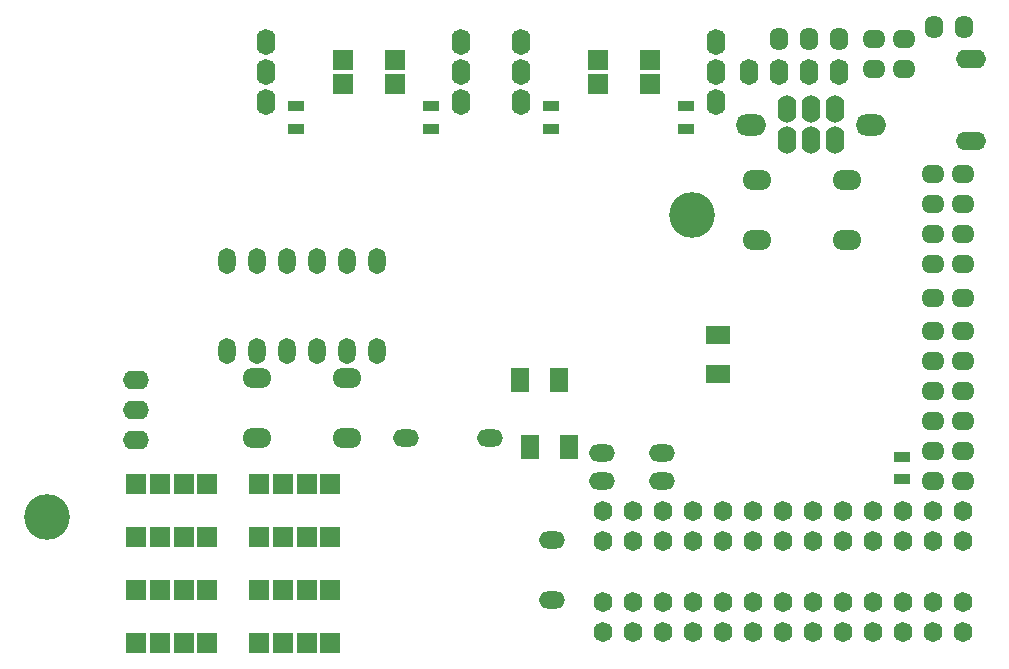
<source format=gbs>
G04 (created by PCBNEW (2013-07-07 BZR 4022)-stable) date 9/7/2556 23:50:31*
%MOIN*%
G04 Gerber Fmt 3.4, Leading zero omitted, Abs format*
%FSLAX34Y34*%
G01*
G70*
G90*
G04 APERTURE LIST*
%ADD10C,0.00590551*%
%ADD11O,0.062X0.067*%
%ADD12C,0.152*%
%ADD13O,0.062X0.087*%
%ADD14O,0.087X0.057*%
%ADD15O,0.097X0.066*%
%ADD16O,0.062X0.092*%
%ADD17O,0.102X0.072*%
%ADD18O,0.057X0.087*%
%ADD19O,0.087X0.062*%
%ADD20O,0.077X0.062*%
%ADD21R,0.062X0.082*%
%ADD22R,0.082X0.062*%
%ADD23R,0.057X0.037*%
%ADD24O,0.1004X0.0614*%
%ADD25O,0.1004X0.062*%
%ADD26R,0.065X0.065*%
%ADD27O,0.062X0.077*%
G04 APERTURE END LIST*
G54D10*
G54D11*
X71949Y-48170D03*
X71949Y-49170D03*
X70949Y-48170D03*
X70949Y-49170D03*
X69949Y-48170D03*
X69949Y-49170D03*
X68949Y-48170D03*
X68949Y-49170D03*
X67949Y-48170D03*
X67949Y-49170D03*
X66949Y-48170D03*
X66949Y-49170D03*
X65949Y-48170D03*
X65949Y-49170D03*
X64949Y-48170D03*
X64949Y-49170D03*
X63949Y-48170D03*
X63949Y-49170D03*
X62949Y-48170D03*
X62949Y-49170D03*
X61949Y-48170D03*
X61949Y-49170D03*
X60949Y-48170D03*
X60949Y-49170D03*
X59949Y-48170D03*
X59949Y-49170D03*
G54D12*
X41402Y-45342D03*
X62898Y-35283D03*
G54D13*
X64820Y-30520D03*
X65820Y-30520D03*
X66820Y-30520D03*
X67820Y-30520D03*
G54D14*
X58246Y-48116D03*
X58246Y-46116D03*
G54D15*
X68070Y-34120D03*
X68070Y-36120D03*
X65070Y-34120D03*
X65070Y-36120D03*
G54D16*
X67670Y-31750D03*
X67670Y-32770D03*
X66870Y-31750D03*
X66870Y-32770D03*
X66070Y-31750D03*
X66070Y-32770D03*
G54D17*
X64870Y-32260D03*
X68870Y-32260D03*
G54D14*
X61914Y-43204D03*
X59914Y-43204D03*
G54D18*
X52423Y-36816D03*
X47423Y-36816D03*
X47423Y-39808D03*
X52423Y-39808D03*
X51423Y-39808D03*
X50423Y-39808D03*
X49423Y-39808D03*
X48423Y-39808D03*
X51423Y-36816D03*
X50423Y-36816D03*
X49423Y-36816D03*
X48423Y-36816D03*
G54D13*
X63720Y-31520D03*
X63720Y-30520D03*
X63720Y-29520D03*
X57220Y-31520D03*
X57220Y-30520D03*
X57220Y-29520D03*
X55220Y-31520D03*
X55220Y-30520D03*
X55220Y-29520D03*
X48720Y-31520D03*
X48720Y-30520D03*
X48720Y-29520D03*
G54D19*
X44370Y-40760D03*
X44370Y-41760D03*
X44370Y-42760D03*
G54D14*
X61914Y-44136D03*
X59914Y-44136D03*
G54D20*
X70950Y-43150D03*
X70950Y-42150D03*
X70950Y-41150D03*
X70950Y-40150D03*
X70950Y-39150D03*
G54D21*
X57508Y-43008D03*
X58808Y-43008D03*
X57166Y-40779D03*
X58466Y-40779D03*
G54D22*
X63783Y-39283D03*
X63783Y-40583D03*
G54D23*
X69910Y-44085D03*
X69910Y-43335D03*
G54D20*
X71946Y-33906D03*
X71946Y-34906D03*
X71946Y-35906D03*
X71946Y-36906D03*
X69970Y-30420D03*
X69970Y-29420D03*
X71948Y-38028D03*
X70948Y-38028D03*
G54D23*
X49720Y-31645D03*
X49720Y-32395D03*
X54220Y-31645D03*
X54220Y-32395D03*
X58220Y-31645D03*
X58220Y-32395D03*
X62720Y-31645D03*
X62720Y-32395D03*
G54D15*
X48420Y-42720D03*
X48420Y-40720D03*
X51420Y-42720D03*
X51420Y-40720D03*
G54D11*
X71951Y-45149D03*
X71951Y-46149D03*
X70951Y-45149D03*
X70951Y-46149D03*
X69951Y-45149D03*
X69951Y-46149D03*
X68951Y-45149D03*
X68951Y-46149D03*
X67951Y-45149D03*
X67951Y-46149D03*
X66951Y-45149D03*
X66951Y-46149D03*
X65951Y-45149D03*
X65951Y-46149D03*
X64951Y-45149D03*
X64951Y-46149D03*
X63951Y-45149D03*
X63951Y-46149D03*
X62951Y-45149D03*
X62951Y-46149D03*
X61951Y-45149D03*
X61951Y-46149D03*
X60951Y-45149D03*
X60951Y-46149D03*
X59951Y-45149D03*
X59951Y-46149D03*
G54D24*
X72192Y-32822D03*
G54D25*
X72192Y-30066D03*
G54D20*
X68970Y-29420D03*
X68970Y-30420D03*
G54D14*
X56183Y-42714D03*
X53383Y-42714D03*
G54D26*
X50850Y-47775D03*
X50063Y-47775D03*
X49275Y-47775D03*
X48488Y-47775D03*
X50850Y-49550D03*
X50063Y-49550D03*
X49275Y-49550D03*
X48488Y-49550D03*
X61520Y-30120D03*
X61520Y-30907D03*
G54D20*
X70947Y-44150D03*
X71947Y-44150D03*
G54D26*
X51270Y-30120D03*
X51270Y-30907D03*
X53020Y-30120D03*
X53020Y-30907D03*
X59770Y-30120D03*
X59770Y-30907D03*
X46750Y-44225D03*
X45963Y-44225D03*
X45175Y-44225D03*
X44388Y-44225D03*
X46750Y-46000D03*
X45963Y-46000D03*
X45175Y-46000D03*
X44388Y-46000D03*
X46750Y-47775D03*
X45963Y-47775D03*
X45175Y-47775D03*
X44388Y-47775D03*
X46750Y-49550D03*
X45963Y-49550D03*
X45175Y-49550D03*
X44388Y-49550D03*
X50850Y-44225D03*
X50063Y-44225D03*
X49275Y-44225D03*
X48488Y-44225D03*
X50850Y-46000D03*
X50063Y-46000D03*
X49275Y-46000D03*
X48488Y-46000D03*
G54D20*
X70952Y-33906D03*
X70952Y-34906D03*
X70952Y-35906D03*
X70952Y-36906D03*
G54D27*
X65820Y-29420D03*
X66820Y-29420D03*
X67820Y-29420D03*
X70970Y-29020D03*
X71970Y-29020D03*
G54D20*
X71950Y-43150D03*
X71950Y-42150D03*
X71950Y-41150D03*
X71950Y-40150D03*
X71950Y-39150D03*
M02*

</source>
